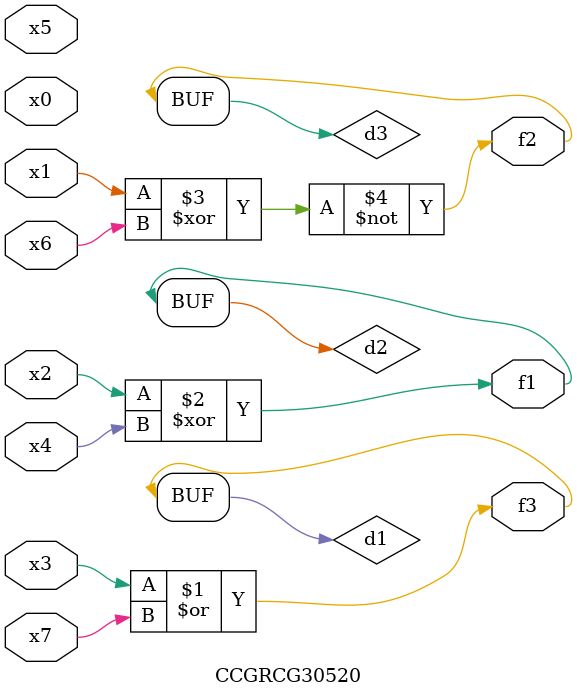
<source format=v>
module CCGRCG30520(
	input x0, x1, x2, x3, x4, x5, x6, x7,
	output f1, f2, f3
);

	wire d1, d2, d3;

	or (d1, x3, x7);
	xor (d2, x2, x4);
	xnor (d3, x1, x6);
	assign f1 = d2;
	assign f2 = d3;
	assign f3 = d1;
endmodule

</source>
